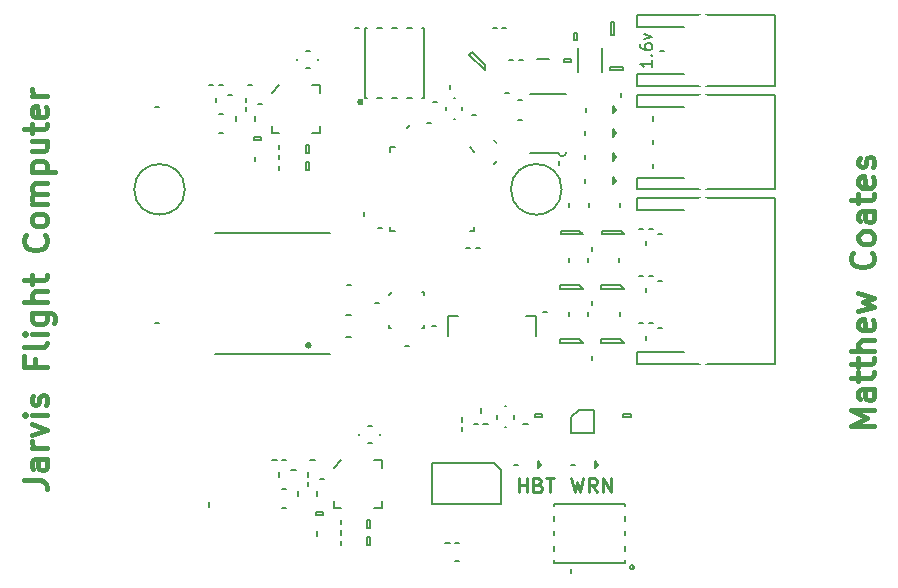
<source format=gto>
G04 #@! TF.FileFunction,Legend,Top*
%FSLAX46Y46*%
G04 Gerber Fmt 4.6, Leading zero omitted, Abs format (unit mm)*
G04 Created by KiCad (PCBNEW 4.0.2-4+6225~38~ubuntu14.04.1-stable) date Sun 08 May 2016 17:47:19 BST*
%MOMM*%
G01*
G04 APERTURE LIST*
%ADD10C,0.100000*%
%ADD11C,0.400000*%
%ADD12C,0.180000*%
%ADD13C,0.200000*%
%ADD14C,0.150000*%
%ADD15C,0.250000*%
%ADD16C,1.000000*%
%ADD17R,4.000000X3.400000*%
%ADD18R,0.450000X0.900000*%
%ADD19R,5.080000X2.286000*%
%ADD20R,5.080000X2.413000*%
%ADD21R,0.400000X0.200000*%
%ADD22R,0.200000X0.400000*%
%ADD23C,1.524000*%
%ADD24R,0.520000X0.520000*%
%ADD25C,1.200000*%
%ADD26C,1.600000*%
%ADD27R,1.150000X1.450000*%
%ADD28R,1.450000X1.150000*%
%ADD29R,0.950000X1.000000*%
%ADD30R,1.600000X1.000000*%
%ADD31R,0.400000X0.500000*%
%ADD32R,1.800000X0.700000*%
%ADD33R,1.800000X0.800000*%
%ADD34R,1.100000X0.600000*%
%ADD35R,0.600000X1.000000*%
%ADD36R,0.750000X0.900000*%
%ADD37R,0.900000X0.750000*%
%ADD38C,2.200000*%
%ADD39R,0.400000X1.350000*%
%ADD40O,1.000000X1.250000*%
%ADD41R,1.800000X1.900000*%
%ADD42R,1.575000X1.900000*%
%ADD43O,1.000000X1.900000*%
%ADD44R,0.300000X0.550000*%
%ADD45R,0.550000X0.300000*%
%ADD46R,2.002000X2.002000*%
%ADD47R,0.750000X0.300000*%
%ADD48R,0.300000X0.750000*%
%ADD49R,2.602000X2.602000*%
%ADD50C,0.787000*%
%ADD51C,1.000000*%
%ADD52R,0.850000X0.950000*%
%ADD53R,0.950000X0.850000*%
%ADD54R,1.300000X0.750000*%
%ADD55R,1.450000X0.450000*%
%ADD56O,3.800000X1.600000*%
%ADD57C,1.250000*%
%ADD58R,4.200000X1.270000*%
%ADD59R,4.700000X1.350000*%
%ADD60R,3.400000X4.000000*%
%ADD61R,0.900000X0.450000*%
G04 APERTURE END LIST*
D10*
D11*
X168504762Y-85533334D02*
X166504762Y-85533334D01*
X167933333Y-84866667D01*
X166504762Y-84200000D01*
X168504762Y-84200000D01*
X168504762Y-82390477D02*
X167457143Y-82390477D01*
X167266667Y-82485715D01*
X167171429Y-82676191D01*
X167171429Y-83057143D01*
X167266667Y-83247620D01*
X168409524Y-82390477D02*
X168504762Y-82580953D01*
X168504762Y-83057143D01*
X168409524Y-83247620D01*
X168219048Y-83342858D01*
X168028571Y-83342858D01*
X167838095Y-83247620D01*
X167742857Y-83057143D01*
X167742857Y-82580953D01*
X167647619Y-82390477D01*
X167171429Y-81723810D02*
X167171429Y-80961905D01*
X166504762Y-81438096D02*
X168219048Y-81438096D01*
X168409524Y-81342857D01*
X168504762Y-81152381D01*
X168504762Y-80961905D01*
X167171429Y-80580953D02*
X167171429Y-79819048D01*
X166504762Y-80295239D02*
X168219048Y-80295239D01*
X168409524Y-80200000D01*
X168504762Y-80009524D01*
X168504762Y-79819048D01*
X168504762Y-79152382D02*
X166504762Y-79152382D01*
X168504762Y-78295239D02*
X167457143Y-78295239D01*
X167266667Y-78390477D01*
X167171429Y-78580953D01*
X167171429Y-78866667D01*
X167266667Y-79057143D01*
X167361905Y-79152382D01*
X168409524Y-76580953D02*
X168504762Y-76771429D01*
X168504762Y-77152381D01*
X168409524Y-77342858D01*
X168219048Y-77438096D01*
X167457143Y-77438096D01*
X167266667Y-77342858D01*
X167171429Y-77152381D01*
X167171429Y-76771429D01*
X167266667Y-76580953D01*
X167457143Y-76485715D01*
X167647619Y-76485715D01*
X167838095Y-77438096D01*
X167171429Y-75819048D02*
X168504762Y-75438095D01*
X167552381Y-75057143D01*
X168504762Y-74676191D01*
X167171429Y-74295238D01*
X168314286Y-70866666D02*
X168409524Y-70961904D01*
X168504762Y-71247619D01*
X168504762Y-71438095D01*
X168409524Y-71723809D01*
X168219048Y-71914285D01*
X168028571Y-72009524D01*
X167647619Y-72104762D01*
X167361905Y-72104762D01*
X166980952Y-72009524D01*
X166790476Y-71914285D01*
X166600000Y-71723809D01*
X166504762Y-71438095D01*
X166504762Y-71247619D01*
X166600000Y-70961904D01*
X166695238Y-70866666D01*
X168504762Y-69723809D02*
X168409524Y-69914285D01*
X168314286Y-70009524D01*
X168123810Y-70104762D01*
X167552381Y-70104762D01*
X167361905Y-70009524D01*
X167266667Y-69914285D01*
X167171429Y-69723809D01*
X167171429Y-69438095D01*
X167266667Y-69247619D01*
X167361905Y-69152381D01*
X167552381Y-69057143D01*
X168123810Y-69057143D01*
X168314286Y-69152381D01*
X168409524Y-69247619D01*
X168504762Y-69438095D01*
X168504762Y-69723809D01*
X168504762Y-67342857D02*
X167457143Y-67342857D01*
X167266667Y-67438095D01*
X167171429Y-67628571D01*
X167171429Y-68009523D01*
X167266667Y-68200000D01*
X168409524Y-67342857D02*
X168504762Y-67533333D01*
X168504762Y-68009523D01*
X168409524Y-68200000D01*
X168219048Y-68295238D01*
X168028571Y-68295238D01*
X167838095Y-68200000D01*
X167742857Y-68009523D01*
X167742857Y-67533333D01*
X167647619Y-67342857D01*
X167171429Y-66676190D02*
X167171429Y-65914285D01*
X166504762Y-66390476D02*
X168219048Y-66390476D01*
X168409524Y-66295237D01*
X168504762Y-66104761D01*
X168504762Y-65914285D01*
X168409524Y-64485714D02*
X168504762Y-64676190D01*
X168504762Y-65057142D01*
X168409524Y-65247619D01*
X168219048Y-65342857D01*
X167457143Y-65342857D01*
X167266667Y-65247619D01*
X167171429Y-65057142D01*
X167171429Y-64676190D01*
X167266667Y-64485714D01*
X167457143Y-64390476D01*
X167647619Y-64390476D01*
X167838095Y-65342857D01*
X168409524Y-63628571D02*
X168504762Y-63438094D01*
X168504762Y-63057142D01*
X168409524Y-62866666D01*
X168219048Y-62771428D01*
X168123810Y-62771428D01*
X167933333Y-62866666D01*
X167838095Y-63057142D01*
X167838095Y-63342856D01*
X167742857Y-63533333D01*
X167552381Y-63628571D01*
X167457143Y-63628571D01*
X167266667Y-63533333D01*
X167171429Y-63342856D01*
X167171429Y-63057142D01*
X167266667Y-62866666D01*
X96504762Y-90142859D02*
X97933333Y-90142859D01*
X98219048Y-90238097D01*
X98409524Y-90428573D01*
X98504762Y-90714288D01*
X98504762Y-90904764D01*
X98504762Y-88333335D02*
X97457143Y-88333335D01*
X97266667Y-88428573D01*
X97171429Y-88619049D01*
X97171429Y-89000001D01*
X97266667Y-89190478D01*
X98409524Y-88333335D02*
X98504762Y-88523811D01*
X98504762Y-89000001D01*
X98409524Y-89190478D01*
X98219048Y-89285716D01*
X98028571Y-89285716D01*
X97838095Y-89190478D01*
X97742857Y-89000001D01*
X97742857Y-88523811D01*
X97647619Y-88333335D01*
X98504762Y-87380954D02*
X97171429Y-87380954D01*
X97552381Y-87380954D02*
X97361905Y-87285715D01*
X97266667Y-87190477D01*
X97171429Y-87000001D01*
X97171429Y-86809525D01*
X97171429Y-86333335D02*
X98504762Y-85857144D01*
X97171429Y-85380954D01*
X98504762Y-84619049D02*
X97171429Y-84619049D01*
X96504762Y-84619049D02*
X96600000Y-84714287D01*
X96695238Y-84619049D01*
X96600000Y-84523810D01*
X96504762Y-84619049D01*
X96695238Y-84619049D01*
X98409524Y-83761906D02*
X98504762Y-83571429D01*
X98504762Y-83190477D01*
X98409524Y-83000001D01*
X98219048Y-82904763D01*
X98123810Y-82904763D01*
X97933333Y-83000001D01*
X97838095Y-83190477D01*
X97838095Y-83476191D01*
X97742857Y-83666668D01*
X97552381Y-83761906D01*
X97457143Y-83761906D01*
X97266667Y-83666668D01*
X97171429Y-83476191D01*
X97171429Y-83190477D01*
X97266667Y-83000001D01*
X97457143Y-79857143D02*
X97457143Y-80523810D01*
X98504762Y-80523810D02*
X96504762Y-80523810D01*
X96504762Y-79571429D01*
X98504762Y-78523809D02*
X98409524Y-78714285D01*
X98219048Y-78809524D01*
X96504762Y-78809524D01*
X98504762Y-77761905D02*
X97171429Y-77761905D01*
X96504762Y-77761905D02*
X96600000Y-77857143D01*
X96695238Y-77761905D01*
X96600000Y-77666666D01*
X96504762Y-77761905D01*
X96695238Y-77761905D01*
X97171429Y-75952381D02*
X98790476Y-75952381D01*
X98980952Y-76047619D01*
X99076190Y-76142857D01*
X99171429Y-76333333D01*
X99171429Y-76619047D01*
X99076190Y-76809524D01*
X98409524Y-75952381D02*
X98504762Y-76142857D01*
X98504762Y-76523809D01*
X98409524Y-76714285D01*
X98314286Y-76809524D01*
X98123810Y-76904762D01*
X97552381Y-76904762D01*
X97361905Y-76809524D01*
X97266667Y-76714285D01*
X97171429Y-76523809D01*
X97171429Y-76142857D01*
X97266667Y-75952381D01*
X98504762Y-75000000D02*
X96504762Y-75000000D01*
X98504762Y-74142857D02*
X97457143Y-74142857D01*
X97266667Y-74238095D01*
X97171429Y-74428571D01*
X97171429Y-74714285D01*
X97266667Y-74904761D01*
X97361905Y-75000000D01*
X97171429Y-73476190D02*
X97171429Y-72714285D01*
X96504762Y-73190476D02*
X98219048Y-73190476D01*
X98409524Y-73095237D01*
X98504762Y-72904761D01*
X98504762Y-72714285D01*
X98314286Y-69380951D02*
X98409524Y-69476189D01*
X98504762Y-69761904D01*
X98504762Y-69952380D01*
X98409524Y-70238094D01*
X98219048Y-70428570D01*
X98028571Y-70523809D01*
X97647619Y-70619047D01*
X97361905Y-70619047D01*
X96980952Y-70523809D01*
X96790476Y-70428570D01*
X96600000Y-70238094D01*
X96504762Y-69952380D01*
X96504762Y-69761904D01*
X96600000Y-69476189D01*
X96695238Y-69380951D01*
X98504762Y-68238094D02*
X98409524Y-68428570D01*
X98314286Y-68523809D01*
X98123810Y-68619047D01*
X97552381Y-68619047D01*
X97361905Y-68523809D01*
X97266667Y-68428570D01*
X97171429Y-68238094D01*
X97171429Y-67952380D01*
X97266667Y-67761904D01*
X97361905Y-67666666D01*
X97552381Y-67571428D01*
X98123810Y-67571428D01*
X98314286Y-67666666D01*
X98409524Y-67761904D01*
X98504762Y-67952380D01*
X98504762Y-68238094D01*
X98504762Y-66714285D02*
X97171429Y-66714285D01*
X97361905Y-66714285D02*
X97266667Y-66619046D01*
X97171429Y-66428570D01*
X97171429Y-66142856D01*
X97266667Y-65952380D01*
X97457143Y-65857142D01*
X98504762Y-65857142D01*
X97457143Y-65857142D02*
X97266667Y-65761904D01*
X97171429Y-65571427D01*
X97171429Y-65285713D01*
X97266667Y-65095237D01*
X97457143Y-64999999D01*
X98504762Y-64999999D01*
X97171429Y-64047618D02*
X99171429Y-64047618D01*
X97266667Y-64047618D02*
X97171429Y-63857141D01*
X97171429Y-63476189D01*
X97266667Y-63285713D01*
X97361905Y-63190475D01*
X97552381Y-63095237D01*
X98123810Y-63095237D01*
X98314286Y-63190475D01*
X98409524Y-63285713D01*
X98504762Y-63476189D01*
X98504762Y-63857141D01*
X98409524Y-64047618D01*
X97171429Y-61380951D02*
X98504762Y-61380951D01*
X97171429Y-62238094D02*
X98219048Y-62238094D01*
X98409524Y-62142855D01*
X98504762Y-61952379D01*
X98504762Y-61666665D01*
X98409524Y-61476189D01*
X98314286Y-61380951D01*
X97171429Y-60714284D02*
X97171429Y-59952379D01*
X96504762Y-60428570D02*
X98219048Y-60428570D01*
X98409524Y-60333331D01*
X98504762Y-60142855D01*
X98504762Y-59952379D01*
X98409524Y-58523808D02*
X98504762Y-58714284D01*
X98504762Y-59095236D01*
X98409524Y-59285713D01*
X98219048Y-59380951D01*
X97457143Y-59380951D01*
X97266667Y-59285713D01*
X97171429Y-59095236D01*
X97171429Y-58714284D01*
X97266667Y-58523808D01*
X97457143Y-58428570D01*
X97647619Y-58428570D01*
X97838095Y-59380951D01*
X98504762Y-57571427D02*
X97171429Y-57571427D01*
X97552381Y-57571427D02*
X97361905Y-57476188D01*
X97266667Y-57380950D01*
X97171429Y-57190474D01*
X97171429Y-56999998D01*
D12*
X140000000Y-54500000D02*
X141000000Y-54500000D01*
X125100000Y-58100000D02*
G75*
G03X125100000Y-58100000I-100000J0D01*
G01*
X125200000Y-58100000D02*
G75*
G03X125200000Y-58100000I-200000J0D01*
G01*
D13*
X149702381Y-54559523D02*
X149702381Y-55130952D01*
X149702381Y-54845238D02*
X148702381Y-54845238D01*
X148845238Y-54940476D01*
X148940476Y-55035714D01*
X148988095Y-55130952D01*
X149607143Y-54130952D02*
X149654762Y-54083333D01*
X149702381Y-54130952D01*
X149654762Y-54178571D01*
X149607143Y-54130952D01*
X149702381Y-54130952D01*
X148702381Y-53226190D02*
X148702381Y-53416667D01*
X148750000Y-53511905D01*
X148797619Y-53559524D01*
X148940476Y-53654762D01*
X149130952Y-53702381D01*
X149511905Y-53702381D01*
X149607143Y-53654762D01*
X149654762Y-53607143D01*
X149702381Y-53511905D01*
X149702381Y-53321428D01*
X149654762Y-53226190D01*
X149607143Y-53178571D01*
X149511905Y-53130952D01*
X149273810Y-53130952D01*
X149178571Y-53178571D01*
X149130952Y-53226190D01*
X149083333Y-53321428D01*
X149083333Y-53511905D01*
X149130952Y-53607143D01*
X149178571Y-53654762D01*
X149273810Y-53702381D01*
X149035714Y-52797619D02*
X149702381Y-52559524D01*
X149035714Y-52321428D01*
D12*
X107580000Y-58500000D02*
X107919999Y-58500000D01*
X107580001Y-76850000D02*
X107920000Y-76850000D01*
X123830000Y-78000000D02*
X124170000Y-78000000D01*
X123830000Y-76100000D02*
X124170000Y-76100000D01*
X129220000Y-60080000D02*
X128979584Y-60320417D01*
X130970000Y-59850000D02*
X130630000Y-59850000D01*
X131470000Y-58099999D02*
X131130000Y-58100000D01*
X134770000Y-59200000D02*
X134430000Y-59200000D01*
X123850000Y-73570000D02*
X124190000Y-73570000D01*
X127400000Y-74450000D02*
X127650000Y-74200000D01*
X130400000Y-77200000D02*
X130190000Y-77199999D01*
X130400000Y-77200000D02*
X130400000Y-76990000D01*
X130400000Y-74200000D02*
X130190000Y-74200000D01*
X130400000Y-74200000D02*
X130400000Y-74410000D01*
X127400000Y-77199999D02*
X127400000Y-76990000D01*
X127400000Y-77199999D02*
X127610000Y-77200000D01*
X124560000Y-51850000D02*
X124900001Y-51850000D01*
X132600000Y-56630000D02*
X132600000Y-56970000D01*
X136560000Y-63110000D02*
X136319584Y-63350416D01*
X136540000Y-61600001D02*
X136299584Y-61359584D01*
X142047091Y-65500000D02*
G75*
G03X142047091Y-65500000I-2147091J0D01*
G01*
X110137755Y-65500000D02*
G75*
G03X110137755Y-65500000I-2137756J0D01*
G01*
X137620000Y-57350000D02*
X137280000Y-57350000D01*
X136570000Y-51800000D02*
X136230000Y-51800000D01*
X137370000Y-51800001D02*
X137030000Y-51800000D01*
X137920000Y-54550000D02*
X137580000Y-54550000D01*
X138770000Y-54550000D02*
X138430000Y-54550000D01*
X138670000Y-57950000D02*
X138330000Y-57950000D01*
X138670000Y-59650000D02*
X138330000Y-59649999D01*
X150720000Y-53749999D02*
X150380000Y-53750000D01*
X147100000Y-57720000D02*
X147100001Y-57380000D01*
X149750000Y-59670000D02*
X149750000Y-59330000D01*
X149750000Y-61670001D02*
X149750000Y-61330000D01*
X149750000Y-63670000D02*
X149750000Y-63330000D01*
X144100000Y-58920000D02*
X144100000Y-58580000D01*
X144000001Y-60920000D02*
X144000000Y-60580000D01*
X144000000Y-62920000D02*
X144000000Y-62580000D01*
X141850000Y-63470000D02*
X141850000Y-63130000D01*
X144000000Y-64920001D02*
X144000000Y-64580000D01*
X142710000Y-67020000D02*
X142710000Y-66680000D01*
X144400000Y-67020000D02*
X144400000Y-66680000D01*
X146950000Y-67020000D02*
X146950001Y-66680000D01*
X144650000Y-70719999D02*
X144650000Y-70380000D01*
X142650000Y-71620000D02*
X142650000Y-71280000D01*
X144250000Y-71620000D02*
X144250000Y-71280000D01*
X146900000Y-71620000D02*
X146900000Y-71280000D01*
X144600000Y-75320000D02*
X144600000Y-74980000D01*
X146950000Y-76220000D02*
X146950000Y-75880000D01*
X149770000Y-68850000D02*
X149430000Y-68850000D01*
X148970000Y-68850000D02*
X148630000Y-68850000D01*
X149200000Y-70220000D02*
X149200000Y-69880000D01*
X150570001Y-69250000D02*
X150230000Y-69250000D01*
X149770000Y-72850000D02*
X149429999Y-72850000D01*
X148970000Y-72850000D02*
X148630000Y-72850000D01*
X149200000Y-74220000D02*
X149200000Y-73880000D01*
X150570001Y-73250000D02*
X150230000Y-73250000D01*
X150570000Y-77250000D02*
X150230000Y-77250000D01*
X149770000Y-76850000D02*
X149429999Y-76850000D01*
X148970000Y-76850000D02*
X148630000Y-76850000D01*
X149200000Y-78220000D02*
X149200000Y-77880000D01*
X144600000Y-79920000D02*
X144600000Y-79580000D01*
X144250000Y-76220000D02*
X144250000Y-75880000D01*
X142650000Y-76220000D02*
X142650000Y-75880000D01*
X140430000Y-75900000D02*
X140770000Y-75900000D01*
X134780000Y-70450001D02*
X135120000Y-70450000D01*
X133930000Y-70450000D02*
X134270000Y-70450000D01*
X131030000Y-77100000D02*
X131370000Y-77100000D01*
X128780000Y-78800000D02*
X129120000Y-78800000D01*
X126230000Y-75100000D02*
X126570000Y-75100001D01*
X126530001Y-68800000D02*
X126870000Y-68800000D01*
X125300000Y-67430000D02*
X125300000Y-67770000D01*
X118099999Y-61730000D02*
X118100000Y-62070000D01*
X118100000Y-62630001D02*
X118100000Y-62970000D01*
X116100000Y-62730000D02*
X116100000Y-63070000D01*
X112570000Y-56700000D02*
X112230000Y-56699999D01*
X113369999Y-56700000D02*
X113030000Y-56700000D01*
X112800000Y-58070000D02*
X112800000Y-57729999D01*
X113830000Y-57500000D02*
X114170000Y-57500000D01*
X113030000Y-59100000D02*
X113370000Y-59100001D01*
X113030000Y-60700000D02*
X113369999Y-60700000D01*
X114500000Y-59330000D02*
X114500000Y-59670000D01*
X116100000Y-59330000D02*
X116100000Y-59670000D01*
X116670000Y-58300000D02*
X116330000Y-58300000D01*
X115870000Y-56700000D02*
X115530000Y-56700000D01*
X115300000Y-58070000D02*
X115300000Y-57729999D01*
X115300000Y-58870000D02*
X115300000Y-58530000D01*
D14*
X142800000Y-97610000D02*
X142800000Y-97990001D01*
X148100000Y-97500000D02*
G75*
G03X148100000Y-97500000I-50000J0D01*
G01*
X148050000Y-97500000D02*
G75*
G03X148050000Y-97500000I-50000J0D01*
G01*
X148180278Y-97500000D02*
G75*
G03X148180278Y-97500000I-180278J0D01*
G01*
X120550000Y-89840001D02*
X120550000Y-89460000D01*
X139190000Y-85400000D02*
X138809998Y-85400000D01*
X143200000Y-88800000D02*
X142819998Y-88800000D01*
X135200000Y-84400001D02*
X135200000Y-84020000D01*
X135409999Y-85400000D02*
X135790000Y-85400000D01*
X134609999Y-85400000D02*
X134990000Y-85400000D01*
X133600000Y-84810000D02*
X133600000Y-85190001D01*
X133600000Y-85620000D02*
X133600000Y-86000001D01*
X138390001Y-88800000D02*
X138010000Y-88800000D01*
X133390001Y-97000000D02*
X133010000Y-97000000D01*
X133390001Y-95400000D02*
X133010000Y-95400000D01*
X132590001Y-95400000D02*
X132210000Y-95400000D01*
X112200000Y-92390001D02*
X112200000Y-92010000D01*
X123350000Y-93840001D02*
X123350000Y-93460000D01*
X123350000Y-95640001D02*
X123350000Y-95260000D01*
X123350000Y-94740001D02*
X123350000Y-94360000D01*
X121350000Y-94840001D02*
X121350000Y-94460000D01*
X118359999Y-92450000D02*
X118740000Y-92450000D01*
X117559999Y-88450000D02*
X117940000Y-88450000D01*
X118359999Y-88450000D02*
X118740000Y-88450000D01*
X119159999Y-89250000D02*
X119540000Y-89250000D01*
X118150000Y-89459999D02*
X118150000Y-89840000D01*
X118740001Y-90850000D02*
X118360000Y-90850000D01*
X119750000Y-91440000D02*
X119750000Y-91059999D01*
X121350000Y-91440000D02*
X121350000Y-91059999D01*
X120550000Y-90640000D02*
X120550000Y-90259999D01*
X121560000Y-90050000D02*
X121940000Y-90050000D01*
X120760000Y-88450000D02*
X121140000Y-88450000D01*
D15*
X142857143Y-89942857D02*
X143142857Y-91142857D01*
X143371428Y-90285714D01*
X143600000Y-91142857D01*
X143885714Y-89942857D01*
X145028572Y-91142857D02*
X144628572Y-90571429D01*
X144342857Y-91142857D02*
X144342857Y-89942857D01*
X144800000Y-89942857D01*
X144914286Y-90000000D01*
X144971429Y-90057143D01*
X145028572Y-90171429D01*
X145028572Y-90342857D01*
X144971429Y-90457143D01*
X144914286Y-90514286D01*
X144800000Y-90571429D01*
X144342857Y-90571429D01*
X145542857Y-91142857D02*
X145542857Y-89942857D01*
X146228572Y-91142857D01*
X146228572Y-89942857D01*
X138400000Y-91142857D02*
X138400000Y-89942857D01*
X138400000Y-90514286D02*
X139085715Y-90514286D01*
X139085715Y-91142857D02*
X139085715Y-89942857D01*
X140057143Y-90514286D02*
X140228572Y-90571429D01*
X140285715Y-90628571D01*
X140342858Y-90742857D01*
X140342858Y-90914286D01*
X140285715Y-91028571D01*
X140228572Y-91085714D01*
X140114286Y-91142857D01*
X139657143Y-91142857D01*
X139657143Y-89942857D01*
X140057143Y-89942857D01*
X140171429Y-90000000D01*
X140228572Y-90057143D01*
X140285715Y-90171429D01*
X140285715Y-90285714D01*
X140228572Y-90400000D01*
X140171429Y-90457143D01*
X140057143Y-90514286D01*
X139657143Y-90514286D01*
X140685715Y-89942857D02*
X141371429Y-89942857D01*
X141028572Y-91142857D02*
X141028572Y-89942857D01*
D14*
X130400000Y-57800000D02*
X130200000Y-57800000D01*
X128950000Y-57800000D02*
X129350000Y-57800000D01*
X127700000Y-57800000D02*
X128100000Y-57800000D01*
X126400000Y-57800000D02*
X126800000Y-57800000D01*
X125400000Y-57800000D02*
X125600000Y-57800000D01*
X125400000Y-57800000D02*
X125400000Y-51800000D01*
X130400000Y-51800000D02*
X130400000Y-57800000D01*
X128950000Y-51800000D02*
X129350000Y-51800000D01*
X126400000Y-51800000D02*
X126800000Y-51800000D01*
X127700000Y-51800000D02*
X128100000Y-51800000D01*
X130400000Y-51800000D02*
X130200000Y-51800000D01*
X125400000Y-51800000D02*
X125600000Y-51800000D01*
D12*
X118100000Y-63860000D02*
X118100000Y-63540000D01*
D14*
X160100000Y-57500000D02*
X160100000Y-65500000D01*
X160100000Y-65500000D02*
X148400000Y-65500000D01*
X148400000Y-65500000D02*
X148400000Y-64500000D01*
X148400000Y-64500000D02*
X152400000Y-64500000D01*
X160100000Y-57500000D02*
X148400000Y-57500000D01*
X148400000Y-57500000D02*
X148400000Y-58500000D01*
X148400000Y-58500000D02*
X152400000Y-58500000D01*
X160100000Y-50749999D02*
X160100000Y-56749999D01*
X160100000Y-56749999D02*
X148400000Y-56749999D01*
X148400000Y-56749999D02*
X148400000Y-55749999D01*
X148400000Y-55749999D02*
X152400000Y-55749999D01*
X160100000Y-50749999D02*
X148400000Y-50749999D01*
X148400000Y-50749999D02*
X148400000Y-51749999D01*
X148400000Y-51749999D02*
X152400000Y-51749999D01*
X146225000Y-51350000D02*
X146475000Y-51350000D01*
X146475000Y-51350000D02*
X146475000Y-52450000D01*
X146475000Y-52450000D02*
X146225000Y-52450000D01*
X146225000Y-52450000D02*
X146225000Y-51350000D01*
X146100000Y-55424999D02*
X146100000Y-55174999D01*
X146100000Y-55174999D02*
X147200000Y-55174999D01*
X147200000Y-55174999D02*
X147200000Y-55424999D01*
X147200000Y-55424999D02*
X146100000Y-55424999D01*
X146625000Y-58750000D02*
X146375000Y-59075000D01*
X146625000Y-58750000D02*
X146375000Y-58425000D01*
X146375000Y-59075000D02*
X146375000Y-58425000D01*
X146625000Y-60750000D02*
X146375000Y-61075000D01*
X146625000Y-60750000D02*
X146375000Y-60425000D01*
X146375000Y-61075000D02*
X146375000Y-60425000D01*
X146625000Y-62750000D02*
X146375000Y-63075000D01*
X146625000Y-62750000D02*
X146375000Y-62425000D01*
X146375000Y-63075000D02*
X146375000Y-62425000D01*
X146625000Y-64749999D02*
X146375000Y-65074999D01*
X146625000Y-64749999D02*
X146375000Y-64424999D01*
X146375000Y-65074999D02*
X146375000Y-64424999D01*
X143450000Y-55550000D02*
X143450000Y-53550000D01*
X145450000Y-53550000D02*
X145450000Y-55550000D01*
X120800000Y-78700000D02*
G75*
G03X120800000Y-78700000I-200000J0D01*
G01*
X120700000Y-78700000D02*
G75*
G03X120700000Y-78700000I-100000J0D01*
G01*
X112700000Y-69200000D02*
X122400000Y-69200000D01*
X112700000Y-79400000D02*
X122400000Y-79400000D01*
X141800000Y-62400001D02*
X139400000Y-62400001D01*
X142400000Y-57400001D02*
X139400000Y-57400001D01*
X141800000Y-62400001D02*
G75*
G03X142400000Y-62400001I300000J0D01*
G01*
X160100001Y-66250000D02*
X160100001Y-80250000D01*
X160100001Y-80250000D02*
X148400001Y-80250000D01*
X148400001Y-80250000D02*
X148400001Y-79250000D01*
X148400001Y-79250000D02*
X152400001Y-79250000D01*
X160100001Y-66250000D02*
X148400001Y-66250000D01*
X148400001Y-66250000D02*
X148400001Y-67250000D01*
X148400001Y-67250000D02*
X152400001Y-67250000D01*
X147320000Y-78500000D02*
X147320000Y-78500000D01*
X147320000Y-78500000D02*
X145420000Y-78500000D01*
X145420000Y-78500000D02*
X145420000Y-78200000D01*
X145420000Y-78200000D02*
X147020000Y-78200000D01*
X147020000Y-78200000D02*
X147320000Y-78500000D01*
X147300000Y-73899999D02*
X147300000Y-73899999D01*
X147300000Y-73899999D02*
X145400000Y-73899999D01*
X145400000Y-73899999D02*
X145400000Y-73599999D01*
X145400000Y-73599999D02*
X147000000Y-73599999D01*
X147000000Y-73599999D02*
X147300000Y-73899999D01*
X147350000Y-69300000D02*
X147350000Y-69300000D01*
X147350000Y-69300000D02*
X145450000Y-69300000D01*
X145450000Y-69300000D02*
X145450000Y-69000000D01*
X145450000Y-69000000D02*
X147050000Y-69000000D01*
X147050000Y-69000000D02*
X147350000Y-69300000D01*
X143820000Y-78500000D02*
X143820000Y-78500000D01*
X143820000Y-78500000D02*
X141920000Y-78500000D01*
X141920000Y-78500000D02*
X141920000Y-78200000D01*
X141920000Y-78200000D02*
X143520000Y-78200000D01*
X143520000Y-78200000D02*
X143820000Y-78500000D01*
X143820000Y-73900000D02*
X143820000Y-73900000D01*
X143820000Y-73900000D02*
X141920000Y-73900000D01*
X141920000Y-73900000D02*
X141920000Y-73600000D01*
X141920000Y-73600000D02*
X143520000Y-73600000D01*
X143520000Y-73600000D02*
X143820000Y-73900000D01*
X143850000Y-69300000D02*
X143850000Y-69300000D01*
X143850000Y-69300000D02*
X141950000Y-69300000D01*
X141950000Y-69300000D02*
X141950000Y-69000000D01*
X141950000Y-69000000D02*
X143550000Y-69000000D01*
X143550000Y-69000000D02*
X143850000Y-69300000D01*
X135565685Y-55427817D02*
X135565685Y-55427817D01*
X135565685Y-55427817D02*
X134222183Y-54084315D01*
X134222183Y-54084315D02*
X134434315Y-53872183D01*
X134434315Y-53872183D02*
X135565685Y-55003553D01*
X135565685Y-55003553D02*
X135565685Y-55427817D01*
X143375000Y-52875000D02*
X143125000Y-52875000D01*
X143125000Y-52875000D02*
X143125000Y-52225000D01*
X143125000Y-52225000D02*
X143375000Y-52225000D01*
X143375000Y-52225000D02*
X143375000Y-52875000D01*
X142875000Y-54425000D02*
X142875000Y-54675000D01*
X142875000Y-54675000D02*
X142225000Y-54675000D01*
X142225000Y-54675000D02*
X142225000Y-54425000D01*
X142225000Y-54425000D02*
X142875000Y-54425000D01*
X132450000Y-76200000D02*
X132450000Y-77900000D01*
X133250000Y-76200000D02*
X132450000Y-76200000D01*
X139850000Y-76200000D02*
X139000000Y-76200000D01*
X139850000Y-77900000D02*
X139850000Y-76200000D01*
X120375000Y-63175000D02*
X120625000Y-63175000D01*
X120625000Y-63175000D02*
X120625000Y-63825000D01*
X120625000Y-63825000D02*
X120375000Y-63825000D01*
X120375000Y-63825000D02*
X120375000Y-63175000D01*
X120375000Y-61775000D02*
X120625000Y-61775000D01*
X120625000Y-61775000D02*
X120625000Y-62425000D01*
X120625000Y-62425000D02*
X120375000Y-62425000D01*
X120375000Y-62425000D02*
X120375000Y-61775000D01*
X134250000Y-61950000D02*
X134650000Y-62350000D01*
X134650000Y-68650000D02*
X134650000Y-69050000D01*
X134650000Y-69050000D02*
X134250000Y-69050000D01*
X127550000Y-68650000D02*
X127550000Y-69050000D01*
X127550000Y-69050000D02*
X127950000Y-69050000D01*
X127550000Y-62350000D02*
X127550000Y-61950000D01*
X127550000Y-61950000D02*
X127950000Y-61950000D01*
X117500000Y-57299999D02*
X118150000Y-56649999D01*
X120950000Y-56649999D02*
X121600000Y-56649999D01*
X121600000Y-56649999D02*
X121600000Y-57299999D01*
X120950000Y-60749999D02*
X121600000Y-60749999D01*
X121600000Y-60749999D02*
X121600000Y-60099999D01*
X118150000Y-60749999D02*
X117500000Y-60749999D01*
X117500000Y-60749999D02*
X117500000Y-60099999D01*
X116625001Y-61074999D02*
X116625001Y-61324999D01*
X116625001Y-61324999D02*
X115975001Y-61324999D01*
X115975001Y-61324999D02*
X115975001Y-61074999D01*
X115975001Y-61074999D02*
X116625001Y-61074999D01*
X133000000Y-57750000D02*
X132900000Y-57750000D01*
X133650000Y-58800000D02*
X133650000Y-58500000D01*
X133000000Y-59550000D02*
X132900000Y-59550000D01*
X132250000Y-58800000D02*
X132250000Y-58500000D01*
X119650000Y-54450001D02*
X119650000Y-54550001D01*
X120700000Y-53800001D02*
X120400000Y-53800001D01*
X121450000Y-54450001D02*
X121450000Y-54550001D01*
X120700000Y-55200001D02*
X120400000Y-55200001D01*
X136925000Y-89300000D02*
X136925000Y-92100000D01*
X136925000Y-92100000D02*
X131075000Y-92100000D01*
X131075000Y-92100000D02*
X131075000Y-88700000D01*
X131075000Y-88700000D02*
X136325000Y-88700000D01*
X136325000Y-88700000D02*
X136925000Y-89300000D01*
X143475000Y-84175000D02*
X144825000Y-84175000D01*
X144825000Y-84175000D02*
X144825000Y-86125000D01*
X144825000Y-86125000D02*
X142875000Y-86125000D01*
X142875000Y-86125000D02*
X142875000Y-84775000D01*
X142875000Y-84775000D02*
X143475000Y-84175000D01*
X122750000Y-89050000D02*
X123400000Y-88400000D01*
X126200000Y-88400000D02*
X126850000Y-88400000D01*
X126850000Y-88400000D02*
X126850000Y-89050000D01*
X126200000Y-92500000D02*
X126850000Y-92500000D01*
X126850000Y-92500000D02*
X126850000Y-91850000D01*
X123400000Y-92500000D02*
X122750000Y-92500000D01*
X122750000Y-92500000D02*
X122750000Y-91850000D01*
X147275000Y-84775000D02*
X147275000Y-84525000D01*
X147275000Y-84525000D02*
X147925000Y-84525000D01*
X147925000Y-84525000D02*
X147925000Y-84775000D01*
X147925000Y-84775000D02*
X147275000Y-84775000D01*
X140425000Y-84525000D02*
X140425000Y-84775000D01*
X140425000Y-84775000D02*
X139775000Y-84775000D01*
X139775000Y-84775000D02*
X139775000Y-84525000D01*
X139775000Y-84525000D02*
X140425000Y-84525000D01*
X125575000Y-94925000D02*
X125825000Y-94925000D01*
X125825000Y-94925000D02*
X125825000Y-95575000D01*
X125825000Y-95575000D02*
X125575000Y-95575000D01*
X125575000Y-95575000D02*
X125575000Y-94925000D01*
X125575000Y-93525000D02*
X125825000Y-93525000D01*
X125825000Y-93525000D02*
X125825000Y-94175000D01*
X125825000Y-94175000D02*
X125575000Y-94175000D01*
X125575000Y-94175000D02*
X125575000Y-93525000D01*
X121875000Y-92825000D02*
X121875000Y-93075000D01*
X121875000Y-93075000D02*
X121225000Y-93075000D01*
X121225000Y-93075000D02*
X121225000Y-92825000D01*
X121225000Y-92825000D02*
X121875000Y-92825000D01*
X124900000Y-86200000D02*
X124900000Y-86300000D01*
X125950000Y-85550000D02*
X125650000Y-85550000D01*
X126700000Y-86200000D02*
X126700000Y-86300000D01*
X125950000Y-86950000D02*
X125650000Y-86950000D01*
X137350000Y-83850000D02*
X137250000Y-83850000D01*
X138000000Y-84900000D02*
X138000000Y-84600000D01*
X137350000Y-85650000D02*
X137250000Y-85650000D01*
X136600000Y-84900000D02*
X136600000Y-84600000D01*
X140325000Y-88800000D02*
X140075000Y-89125000D01*
X140325000Y-88800000D02*
X140075000Y-88475000D01*
X140075000Y-89125000D02*
X140075000Y-88475000D01*
X145125000Y-88800000D02*
X144875000Y-89125000D01*
X145125000Y-88800000D02*
X144875000Y-88475000D01*
X144875000Y-89125000D02*
X144875000Y-88475000D01*
X147400000Y-92100000D02*
X147400000Y-92300000D01*
X147400000Y-93550000D02*
X147400000Y-93150000D01*
X147400000Y-94800000D02*
X147400000Y-94400000D01*
X147400000Y-96100000D02*
X147400000Y-95700000D01*
X147400000Y-97100000D02*
X147400000Y-96900000D01*
X147400000Y-97100000D02*
X141400000Y-97100000D01*
X141400000Y-92100000D02*
X147400000Y-92100000D01*
X141400000Y-93550000D02*
X141400000Y-93150000D01*
X141400000Y-96100000D02*
X141400000Y-95700000D01*
X141400000Y-94800000D02*
X141400000Y-94400000D01*
X141400000Y-92100000D02*
X141400000Y-92300000D01*
X141400000Y-97100000D02*
X141400000Y-96900000D01*
%LPC*%
X115840000Y-52950000D02*
X115880000Y-52880000D01*
X115630000Y-53000000D02*
X115840000Y-52950000D01*
X115620000Y-52180000D02*
X115630000Y-53000000D01*
X115620000Y-52100000D02*
X115620000Y-52180000D01*
X115810000Y-52130000D02*
X115620000Y-52100000D01*
X119340000Y-52110000D02*
X119430000Y-52190000D01*
X119510000Y-52120000D02*
X119340000Y-52110000D01*
X119480000Y-52400000D02*
X119510000Y-52120000D01*
X119310000Y-52970000D02*
X119390000Y-52870000D01*
X119500000Y-52990000D02*
X119310000Y-52970000D01*
X119480000Y-52620000D02*
X119500000Y-52990000D01*
X121690000Y-52100000D02*
X121680000Y-52160000D01*
X121570000Y-52100000D02*
X121690000Y-52100000D01*
X121550000Y-52200000D02*
X121570000Y-52100000D01*
X121630000Y-52260000D02*
X121550000Y-52200000D01*
X121560000Y-52780000D02*
X121640000Y-52900000D01*
X121590000Y-52990000D02*
X121560000Y-52780000D01*
X121960000Y-52940000D02*
X121590000Y-52990000D01*
X124130000Y-52110000D02*
X123960000Y-52100000D01*
X124140000Y-52360000D02*
X124130000Y-52110000D01*
X123250000Y-54870000D02*
X123340000Y-55030000D01*
X123270000Y-55110000D02*
X123250000Y-54870000D01*
X124060000Y-55040000D02*
X123270000Y-55110000D01*
X123890000Y-55120000D02*
X124070000Y-55040000D01*
X124120000Y-55100000D02*
X123890000Y-55120000D01*
X124150000Y-54760000D02*
X124120000Y-55100000D01*
X124150000Y-57460000D02*
X124150000Y-57570000D01*
X123830000Y-57440000D02*
X124150000Y-57460000D01*
X123440000Y-57400000D02*
X123330000Y-57530000D01*
X123270000Y-57430000D02*
X123440000Y-57400000D01*
X123260000Y-57680000D02*
X123270000Y-57430000D01*
X123420000Y-61090000D02*
X123420000Y-61060000D01*
X123270000Y-60870000D02*
X123420000Y-61090000D01*
X123290000Y-61110000D02*
X123270000Y-60870000D01*
X123610000Y-61110000D02*
X123290000Y-61110000D01*
X124030000Y-61060000D02*
X123950000Y-61080000D01*
X124120000Y-61120000D02*
X124030000Y-61060000D01*
X124150000Y-60880000D02*
X124120000Y-61120000D01*
X123270000Y-63420000D02*
X123490000Y-63480000D01*
X123280000Y-63700000D02*
X123270000Y-63420000D01*
X124120000Y-63420000D02*
X124000000Y-63440000D01*
X124130000Y-63710000D02*
X124120000Y-63420000D01*
X124120000Y-66420000D02*
X124150000Y-66320000D01*
X123930000Y-66410000D02*
X124120000Y-66420000D01*
X121640000Y-66430000D02*
X121810000Y-66410000D01*
X121610000Y-66210000D02*
X121640000Y-66430000D01*
X121630000Y-65560000D02*
X121800000Y-65580000D01*
X121620000Y-65770000D02*
X121630000Y-65560000D01*
X119290000Y-66410000D02*
X119080000Y-66440000D01*
X119200000Y-65630000D02*
X119290000Y-66410000D01*
X119300000Y-65810000D02*
X119190000Y-65610000D01*
X119300000Y-65560000D02*
X119300000Y-65810000D01*
X118940000Y-65550000D02*
X119300000Y-65560000D01*
X115840000Y-65570000D02*
X116320000Y-65750000D01*
X115640000Y-65570000D02*
X115840000Y-65570000D01*
X115600000Y-66440000D02*
X115640000Y-65570000D01*
X115830000Y-66430000D02*
X115600000Y-66440000D01*
X113260000Y-65560000D02*
X113100000Y-65580000D01*
X113240000Y-66320000D02*
X113260000Y-65560000D01*
X113290000Y-66280000D02*
X113240000Y-66320000D01*
X113320000Y-66430000D02*
X113290000Y-66280000D01*
X110950000Y-66430000D02*
X113320000Y-66430000D01*
X110770000Y-66400000D02*
X110950000Y-66430000D01*
X110770000Y-66300000D02*
X110770000Y-66400000D01*
X111630000Y-63680000D02*
X110770000Y-66300000D01*
X111610000Y-63430000D02*
X111630000Y-63680000D01*
X110920000Y-63440000D02*
X111610000Y-63430000D01*
X110770000Y-63450000D02*
X110920000Y-63440000D01*
X110760000Y-63640000D02*
X110770000Y-63450000D01*
X110760000Y-60930000D02*
X110810000Y-61050000D01*
X110730000Y-61120000D02*
X110760000Y-60930000D01*
X111030000Y-61110000D02*
X110730000Y-61120000D01*
X111630000Y-61020000D02*
X111630000Y-60870000D01*
X111410000Y-61110000D02*
X111630000Y-61020000D01*
X111670000Y-61120000D02*
X111410000Y-61110000D01*
X111530000Y-57500000D02*
X111660000Y-57610000D01*
X111650000Y-57430000D02*
X111530000Y-57500000D01*
X111400000Y-57410000D02*
X111650000Y-57430000D01*
X110890000Y-57420000D02*
X110960000Y-57420000D01*
X110770000Y-57600000D02*
X110890000Y-57420000D01*
X110760000Y-57410000D02*
X110770000Y-57600000D01*
D16*
X116010000Y-52520000D02*
X119060000Y-52540000D01*
X123730000Y-52530000D02*
X122000000Y-52520000D01*
X123710000Y-54650000D02*
X123720000Y-52520000D01*
X123720000Y-60650000D02*
X123720000Y-57860000D01*
X123700000Y-66020000D02*
X123710000Y-63850000D01*
X122040000Y-66000000D02*
X123750000Y-66010000D01*
X116030000Y-66020000D02*
X118850000Y-66020000D01*
X111180000Y-66000000D02*
X112870000Y-66000000D01*
X111190000Y-63860000D02*
X111180000Y-66000000D01*
X111190000Y-57870000D02*
X111190000Y-60670000D01*
D10*
X124210000Y-55170000D02*
X123210000Y-55170000D01*
X124210000Y-52040000D02*
X124210000Y-55170000D01*
X123780000Y-52040000D02*
X124210000Y-52040000D01*
X122050000Y-52040000D02*
X123780000Y-52040000D01*
X121510000Y-52040000D02*
X122050000Y-52040000D01*
X121510000Y-53040000D02*
X121510000Y-52040000D01*
X123210000Y-53040000D02*
X121510000Y-53040000D01*
X123210000Y-55170000D02*
X123210000Y-53040000D01*
X123210000Y-61170000D02*
X124210000Y-61170000D01*
X124210000Y-57370000D02*
X124210000Y-61170000D01*
X123210000Y-57370000D02*
X124210000Y-57370000D01*
X123210000Y-57490000D02*
X123210000Y-57370000D01*
X123210000Y-58610000D02*
X123210000Y-57490000D01*
X123210000Y-59290000D02*
X123210000Y-58610000D01*
X123210000Y-59870000D02*
X123210000Y-59290000D01*
X123210000Y-59930000D02*
X123210000Y-59870000D01*
X123210000Y-61170000D02*
X123210000Y-59930000D01*
X110840000Y-55040000D02*
X110750000Y-54990000D01*
X110750000Y-55090000D02*
X110840000Y-55040000D01*
X111020000Y-55120000D02*
X110750000Y-55090000D01*
X111470000Y-55130000D02*
X111380000Y-55090000D01*
X111490000Y-55020000D02*
X111470000Y-55130000D01*
X111540000Y-55120000D02*
X111490000Y-55020000D01*
X111560000Y-54950000D02*
X111540000Y-55120000D01*
X111630000Y-55120000D02*
X111560000Y-54950000D01*
X111630000Y-54720000D02*
X111630000Y-55120000D01*
D16*
X111160000Y-52730000D02*
X111160000Y-54670000D01*
D10*
X110880000Y-52890000D02*
X110790000Y-52850000D01*
X110720000Y-52990000D02*
X110880000Y-52890000D01*
X111050000Y-52970000D02*
X110720000Y-52990000D01*
X110750000Y-53050000D02*
X111220000Y-53050000D01*
X110740000Y-52700000D02*
X110750000Y-53050000D01*
X110990000Y-52080000D02*
X111010000Y-52120000D01*
X110880000Y-52170000D02*
X110940000Y-52080000D01*
X110820000Y-52090000D02*
X110880000Y-52170000D01*
X110760000Y-52340000D02*
X110820000Y-52090000D01*
X110750000Y-52090000D02*
X110760000Y-52340000D01*
X113020000Y-52960000D02*
X113260000Y-52860000D01*
X113300000Y-52970000D02*
X113020000Y-52960000D01*
X113300000Y-52680000D02*
X113300000Y-52970000D01*
X113120000Y-52220000D02*
X113120000Y-52090000D01*
X113230000Y-52090000D02*
X113120000Y-52220000D01*
X113290000Y-52320000D02*
X113230000Y-52090000D01*
X113300000Y-52090000D02*
X113290000Y-52320000D01*
D16*
X111210000Y-52540000D02*
X112850000Y-52540000D01*
D10*
X123210000Y-63370000D02*
X123210000Y-65500000D01*
X124210000Y-63370000D02*
X123210000Y-63370000D01*
X124220000Y-66500000D02*
X124210000Y-63370000D01*
X115560000Y-53040000D02*
X115560000Y-52040000D01*
X119560000Y-53040000D02*
X115560000Y-53040000D01*
X119560000Y-52040000D02*
X119560000Y-53040000D01*
X115560000Y-52040000D02*
X119560000Y-52040000D01*
X113360000Y-53040000D02*
X111700000Y-53040000D01*
X113360000Y-52040000D02*
X113360000Y-53040000D01*
X115560000Y-66500000D02*
X119360000Y-66500000D01*
X119360000Y-65500000D02*
X115560000Y-65500000D01*
X121560000Y-65500000D02*
X124210000Y-65500000D01*
X124210000Y-66500000D02*
X121560000Y-66500000D01*
X124210000Y-65500000D02*
X124210000Y-66500000D01*
X121560000Y-65500000D02*
X121560000Y-66500000D01*
X119360000Y-65500000D02*
X119360000Y-66500000D01*
X115560000Y-65500000D02*
X115560000Y-66500000D01*
X110700000Y-66500000D02*
X113360000Y-66500000D01*
X110700000Y-65500000D02*
X110700000Y-66500000D01*
X113360000Y-65500000D02*
X110700000Y-65500000D01*
X113360000Y-66500000D02*
X113360000Y-65500000D01*
X110700000Y-57920000D02*
X110700000Y-57370000D01*
X110700000Y-58510000D02*
X110700000Y-57920000D01*
X110700000Y-58710000D02*
X110700000Y-58510000D01*
X110700000Y-59580000D02*
X110700000Y-58710000D01*
X110700000Y-60590000D02*
X110700000Y-59580000D01*
X110700000Y-60890000D02*
X110700000Y-60590000D01*
X110700000Y-61060000D02*
X110700000Y-60890000D01*
X110700000Y-61170000D02*
X110700000Y-61060000D01*
X111700000Y-60770000D02*
X111700000Y-61170000D01*
X111700000Y-60230000D02*
X111700000Y-60770000D01*
X111700000Y-59650000D02*
X111700000Y-60230000D01*
X111700000Y-59200000D02*
X111700000Y-59650000D01*
X111700000Y-58850000D02*
X111700000Y-59200000D01*
X111700000Y-58350000D02*
X111700000Y-58850000D01*
X111700000Y-58020000D02*
X111700000Y-58350000D01*
X111700000Y-57370000D02*
X111700000Y-58020000D01*
X111700000Y-52350000D02*
X111700000Y-52040000D01*
X111700000Y-52560000D02*
X111700000Y-52350000D01*
X111700000Y-52700000D02*
X111700000Y-52560000D01*
X111700000Y-54690000D02*
X111700000Y-52700000D01*
X111700000Y-55170000D02*
X111700000Y-54690000D01*
X110700000Y-52040000D02*
X110700000Y-55170000D01*
X110700000Y-52040000D02*
X113360000Y-52040000D01*
X110700000Y-55170000D02*
X111700000Y-55170000D01*
X110700000Y-57370000D02*
X111700000Y-57370000D01*
X110700000Y-61170000D02*
X111700000Y-61170000D01*
X111700000Y-66500000D02*
X110700000Y-66500000D01*
X111700000Y-63370000D02*
X111700000Y-66500000D01*
X110700000Y-63370000D02*
X111700000Y-63370000D01*
X110700000Y-66500000D02*
X110700000Y-63370000D01*
D14*
X121290000Y-84700000D02*
X121330000Y-84630000D01*
X121080000Y-84750000D02*
X121290000Y-84700000D01*
X121070000Y-83930000D02*
X121080000Y-84750000D01*
X121070000Y-83850000D02*
X121070000Y-83930000D01*
X121260000Y-83880000D02*
X121070000Y-83850000D01*
X124790000Y-83860000D02*
X124880000Y-83940000D01*
X124960000Y-83870000D02*
X124790000Y-83860000D01*
X124930000Y-84150000D02*
X124960000Y-83870000D01*
X124760000Y-84720000D02*
X124840000Y-84620000D01*
X124950000Y-84740000D02*
X124760000Y-84720000D01*
X124930000Y-84370000D02*
X124950000Y-84740000D01*
X127140000Y-83850000D02*
X127130000Y-83910000D01*
X127020000Y-83850000D02*
X127140000Y-83850000D01*
X127000000Y-83950000D02*
X127020000Y-83850000D01*
X127080000Y-84010000D02*
X127000000Y-83950000D01*
X127010000Y-84530000D02*
X127090000Y-84650000D01*
X127040000Y-84740000D02*
X127010000Y-84530000D01*
X127410000Y-84690000D02*
X127040000Y-84740000D01*
X129580000Y-83860000D02*
X129410000Y-83850000D01*
X129590000Y-84110000D02*
X129580000Y-83860000D01*
X128700000Y-86620000D02*
X128790000Y-86780000D01*
X128720000Y-86860000D02*
X128700000Y-86620000D01*
X129510000Y-86790000D02*
X128720000Y-86860000D01*
X129340000Y-86870000D02*
X129520000Y-86790000D01*
X129570000Y-86850000D02*
X129340000Y-86870000D01*
X129600000Y-86510000D02*
X129570000Y-86850000D01*
X129600000Y-89210000D02*
X129600000Y-89320000D01*
X129280000Y-89190000D02*
X129600000Y-89210000D01*
X128890000Y-89150000D02*
X128780000Y-89280000D01*
X128720000Y-89180000D02*
X128890000Y-89150000D01*
X128710000Y-89430000D02*
X128720000Y-89180000D01*
X128870000Y-92840000D02*
X128870000Y-92810000D01*
X128720000Y-92620000D02*
X128870000Y-92840000D01*
X128740000Y-92860000D02*
X128720000Y-92620000D01*
X129060000Y-92860000D02*
X128740000Y-92860000D01*
X129480000Y-92810000D02*
X129400000Y-92830000D01*
X129570000Y-92870000D02*
X129480000Y-92810000D01*
X129600000Y-92630000D02*
X129570000Y-92870000D01*
X128720000Y-95170000D02*
X128940000Y-95230000D01*
X128730000Y-95450000D02*
X128720000Y-95170000D01*
X129570000Y-95170000D02*
X129450000Y-95190000D01*
X129580000Y-95460000D02*
X129570000Y-95170000D01*
X129570000Y-98170000D02*
X129600000Y-98070000D01*
X129380000Y-98160000D02*
X129570000Y-98170000D01*
X127090000Y-98180000D02*
X127260000Y-98160000D01*
X127060000Y-97960000D02*
X127090000Y-98180000D01*
X127080000Y-97310000D02*
X127250000Y-97330000D01*
X127070000Y-97520000D02*
X127080000Y-97310000D01*
X124740000Y-98160000D02*
X124530000Y-98190000D01*
X124650000Y-97380000D02*
X124740000Y-98160000D01*
X124750000Y-97560000D02*
X124640000Y-97360000D01*
X124750000Y-97310000D02*
X124750000Y-97560000D01*
X124390000Y-97300000D02*
X124750000Y-97310000D01*
X121290000Y-97320000D02*
X121770000Y-97500000D01*
X121090000Y-97320000D02*
X121290000Y-97320000D01*
X121050000Y-98190000D02*
X121090000Y-97320000D01*
X121280000Y-98180000D02*
X121050000Y-98190000D01*
X118710000Y-97310000D02*
X118550000Y-97330000D01*
X118690000Y-98070000D02*
X118710000Y-97310000D01*
X118740000Y-98030000D02*
X118690000Y-98070000D01*
X118770000Y-98180000D02*
X118740000Y-98030000D01*
X116400000Y-98180000D02*
X118770000Y-98180000D01*
X116220000Y-98150000D02*
X116400000Y-98180000D01*
X116220000Y-98050000D02*
X116220000Y-98150000D01*
X117080000Y-95430000D02*
X116220000Y-98050000D01*
X117060000Y-95180000D02*
X117080000Y-95430000D01*
X116370000Y-95190000D02*
X117060000Y-95180000D01*
X116220000Y-95200000D02*
X116370000Y-95190000D01*
X116210000Y-95390000D02*
X116220000Y-95200000D01*
X116210000Y-92680000D02*
X116260000Y-92800000D01*
X116180000Y-92870000D02*
X116210000Y-92680000D01*
X116480000Y-92860000D02*
X116180000Y-92870000D01*
X117080000Y-92770000D02*
X117080000Y-92620000D01*
X116860000Y-92860000D02*
X117080000Y-92770000D01*
X117120000Y-92870000D02*
X116860000Y-92860000D01*
X116980000Y-89250000D02*
X117110000Y-89360000D01*
X117100000Y-89180000D02*
X116980000Y-89250000D01*
X116850000Y-89160000D02*
X117100000Y-89180000D01*
X116340000Y-89170000D02*
X116410000Y-89170000D01*
X116220000Y-89350000D02*
X116340000Y-89170000D01*
X116210000Y-89160000D02*
X116220000Y-89350000D01*
D16*
X121460000Y-84270000D02*
X124510000Y-84290000D01*
X129180000Y-84280000D02*
X127450000Y-84270000D01*
X129160000Y-86400000D02*
X129170000Y-84270000D01*
X129170000Y-92400000D02*
X129170000Y-89610000D01*
X129150000Y-97770000D02*
X129160000Y-95600000D01*
X127490000Y-97750000D02*
X129200000Y-97760000D01*
X121480000Y-97770000D02*
X124300000Y-97770000D01*
X116630000Y-97750000D02*
X118320000Y-97750000D01*
X116640000Y-95610000D02*
X116630000Y-97750000D01*
X116640000Y-89620000D02*
X116640000Y-92420000D01*
D10*
X129660000Y-86920000D02*
X128660000Y-86920000D01*
X129660000Y-83790000D02*
X129660000Y-86920000D01*
X129230000Y-83790000D02*
X129660000Y-83790000D01*
X127500000Y-83790000D02*
X129230000Y-83790000D01*
X126960000Y-83790000D02*
X127500000Y-83790000D01*
X126960000Y-84790000D02*
X126960000Y-83790000D01*
X128660000Y-84790000D02*
X126960000Y-84790000D01*
X128660000Y-86920000D02*
X128660000Y-84790000D01*
X128660000Y-92920000D02*
X129660000Y-92920000D01*
X129660000Y-89120000D02*
X129660000Y-92920000D01*
X128660000Y-89120000D02*
X129660000Y-89120000D01*
X128660000Y-89240000D02*
X128660000Y-89120000D01*
X128660000Y-90360000D02*
X128660000Y-89240000D01*
X128660000Y-91040000D02*
X128660000Y-90360000D01*
X128660000Y-91620000D02*
X128660000Y-91040000D01*
X128660000Y-91680000D02*
X128660000Y-91620000D01*
X128660000Y-92920000D02*
X128660000Y-91680000D01*
X116290000Y-86790000D02*
X116200000Y-86740000D01*
X116200000Y-86840000D02*
X116290000Y-86790000D01*
X116470000Y-86870000D02*
X116200000Y-86840000D01*
X116920000Y-86880000D02*
X116830000Y-86840000D01*
X116940000Y-86770000D02*
X116920000Y-86880000D01*
X116990000Y-86870000D02*
X116940000Y-86770000D01*
X117010000Y-86700000D02*
X116990000Y-86870000D01*
X117080000Y-86870000D02*
X117010000Y-86700000D01*
X117080000Y-86470000D02*
X117080000Y-86870000D01*
D16*
X116610000Y-84480000D02*
X116610000Y-86420000D01*
D10*
X116330000Y-84640000D02*
X116240000Y-84600000D01*
X116170000Y-84740000D02*
X116330000Y-84640000D01*
X116500000Y-84720000D02*
X116170000Y-84740000D01*
X116200000Y-84800000D02*
X116670000Y-84800000D01*
X116190000Y-84450000D02*
X116200000Y-84800000D01*
X116440000Y-83830000D02*
X116460000Y-83870000D01*
X116330000Y-83920000D02*
X116390000Y-83830000D01*
X116270000Y-83840000D02*
X116330000Y-83920000D01*
X116210000Y-84090000D02*
X116270000Y-83840000D01*
X116200000Y-83840000D02*
X116210000Y-84090000D01*
X118470000Y-84710000D02*
X118710000Y-84610000D01*
X118750000Y-84720000D02*
X118470000Y-84710000D01*
X118750000Y-84430000D02*
X118750000Y-84720000D01*
X118570000Y-83970000D02*
X118570000Y-83840000D01*
X118680000Y-83840000D02*
X118570000Y-83970000D01*
X118740000Y-84070000D02*
X118680000Y-83840000D01*
X118750000Y-83840000D02*
X118740000Y-84070000D01*
D16*
X116660000Y-84290000D02*
X118300000Y-84290000D01*
D10*
X128660000Y-95120000D02*
X128660000Y-97250000D01*
X129660000Y-95120000D02*
X128660000Y-95120000D01*
X129670000Y-98250000D02*
X129660000Y-95120000D01*
X121010000Y-84790000D02*
X121010000Y-83790000D01*
X125010000Y-84790000D02*
X121010000Y-84790000D01*
X125010000Y-83790000D02*
X125010000Y-84790000D01*
X121010000Y-83790000D02*
X125010000Y-83790000D01*
X118810000Y-84790000D02*
X117150000Y-84790000D01*
X118810000Y-83790000D02*
X118810000Y-84790000D01*
X121010000Y-98250000D02*
X124810000Y-98250000D01*
X124810000Y-97250000D02*
X121010000Y-97250000D01*
X127010000Y-97250000D02*
X129660000Y-97250000D01*
X129660000Y-98250000D02*
X127010000Y-98250000D01*
X129660000Y-97250000D02*
X129660000Y-98250000D01*
X127010000Y-97250000D02*
X127010000Y-98250000D01*
X124810000Y-97250000D02*
X124810000Y-98250000D01*
X121010000Y-97250000D02*
X121010000Y-98250000D01*
X116150000Y-98250000D02*
X118810000Y-98250000D01*
X116150000Y-97250000D02*
X116150000Y-98250000D01*
X118810000Y-97250000D02*
X116150000Y-97250000D01*
X118810000Y-98250000D02*
X118810000Y-97250000D01*
X116150000Y-89670000D02*
X116150000Y-89120000D01*
X116150000Y-90260000D02*
X116150000Y-89670000D01*
X116150000Y-90460000D02*
X116150000Y-90260000D01*
X116150000Y-91330000D02*
X116150000Y-90460000D01*
X116150000Y-92340000D02*
X116150000Y-91330000D01*
X116150000Y-92640000D02*
X116150000Y-92340000D01*
X116150000Y-92810000D02*
X116150000Y-92640000D01*
X116150000Y-92920000D02*
X116150000Y-92810000D01*
X117150000Y-92520000D02*
X117150000Y-92920000D01*
X117150000Y-91980000D02*
X117150000Y-92520000D01*
X117150000Y-91400000D02*
X117150000Y-91980000D01*
X117150000Y-90950000D02*
X117150000Y-91400000D01*
X117150000Y-90600000D02*
X117150000Y-90950000D01*
X117150000Y-90100000D02*
X117150000Y-90600000D01*
X117150000Y-89770000D02*
X117150000Y-90100000D01*
X117150000Y-89120000D02*
X117150000Y-89770000D01*
X117150000Y-84100000D02*
X117150000Y-83790000D01*
X117150000Y-84310000D02*
X117150000Y-84100000D01*
X117150000Y-84450000D02*
X117150000Y-84310000D01*
X117150000Y-86440000D02*
X117150000Y-84450000D01*
X117150000Y-86920000D02*
X117150000Y-86440000D01*
X116150000Y-83790000D02*
X116150000Y-86920000D01*
X116150000Y-83790000D02*
X118810000Y-83790000D01*
X116150000Y-86920000D02*
X117150000Y-86920000D01*
X116150000Y-89120000D02*
X117150000Y-89120000D01*
X116150000Y-92920000D02*
X117150000Y-92920000D01*
X117150000Y-98250000D02*
X116150000Y-98250000D01*
X117150000Y-95120000D02*
X117150000Y-98250000D01*
X116150000Y-95120000D02*
X117150000Y-95120000D01*
X116150000Y-98250000D02*
X116150000Y-95120000D01*
D17*
X127900000Y-54800000D03*
D18*
X125995000Y-57550000D03*
X127265000Y-57550000D03*
X128535000Y-57550000D03*
X129805000Y-57550000D03*
X129805000Y-52050000D03*
X128535000Y-52050000D03*
X127265000Y-52050000D03*
X125995000Y-52050000D03*
D19*
X107750000Y-74700000D03*
D20*
X107750000Y-79081500D03*
X107750000Y-70318500D03*
D19*
X107750000Y-56300000D03*
D20*
X107750000Y-60681500D03*
X107750000Y-51918500D03*
D21*
X127400000Y-74700000D03*
X127400000Y-75100000D03*
X127400000Y-75500000D03*
X127400000Y-75900000D03*
X127400000Y-76300000D03*
X127400000Y-76700000D03*
D22*
X127900000Y-77200000D03*
X128300000Y-77200000D03*
X128700000Y-77200000D03*
X129100000Y-77200000D03*
X129500000Y-77200000D03*
X129900000Y-77200000D03*
D21*
X130400000Y-76700000D03*
X130400000Y-76300000D03*
X130400000Y-75900000D03*
X130400000Y-75500000D03*
X130400000Y-75100000D03*
X130400000Y-74700000D03*
D22*
X129900000Y-74200000D03*
X129500000Y-74200000D03*
X129100000Y-74200000D03*
X128700000Y-74200000D03*
X128300000Y-74200000D03*
X127900000Y-74200000D03*
D23*
X132432233Y-53732233D03*
X135967767Y-57267767D03*
D24*
X118500000Y-63700000D03*
X117700000Y-63700000D03*
X134950000Y-70050000D03*
X134950000Y-70850000D03*
D25*
X154000000Y-65000000D03*
X154000000Y-58000000D03*
D26*
X151900000Y-63500000D03*
X151900000Y-61500000D03*
X151900000Y-59500000D03*
D25*
X154000000Y-56249999D03*
X154000000Y-51249999D03*
D26*
X151900000Y-54749999D03*
X151900000Y-52749999D03*
D27*
X145450000Y-51900000D03*
X147250000Y-51900000D03*
D28*
X146650000Y-56199999D03*
X146650000Y-54399999D03*
D24*
X148800000Y-77250000D03*
X148800000Y-76450000D03*
X148800000Y-73250000D03*
X148800000Y-72450000D03*
X148800000Y-69250000D03*
X148800000Y-68450000D03*
D29*
X147300000Y-58750000D03*
X145700000Y-58750000D03*
X147300000Y-60750000D03*
X145700000Y-60750000D03*
X147300000Y-62750000D03*
X145700000Y-62750000D03*
X147300000Y-64749999D03*
X145700000Y-64749999D03*
D30*
X144450000Y-54550000D03*
D31*
X145100000Y-53650000D03*
X144450000Y-53650000D03*
X143800000Y-53650000D03*
X143800000Y-55450000D03*
X144450000Y-55450000D03*
X145100000Y-55450000D03*
D32*
X112800000Y-69900000D03*
D33*
X112800000Y-71000000D03*
X112800000Y-72100000D03*
X112800000Y-73200000D03*
X112800000Y-74300000D03*
X112800000Y-75400000D03*
X112800000Y-76500000D03*
X112800000Y-77600000D03*
D32*
X112800000Y-78700000D03*
X122300000Y-69900000D03*
X122300000Y-78700000D03*
D33*
X122300000Y-71000000D03*
X122300000Y-72100000D03*
X122300000Y-73200000D03*
X122300000Y-74300000D03*
X122300000Y-75400000D03*
X122300000Y-76500000D03*
X122300000Y-77600000D03*
D34*
X142000000Y-61775001D03*
X142000000Y-60525001D03*
X142000000Y-59275001D03*
X142000000Y-58025001D03*
X139800000Y-58025001D03*
X139800000Y-59275001D03*
X139800000Y-60525001D03*
X139800000Y-61775001D03*
D25*
X154000001Y-79750000D03*
X154000001Y-66750000D03*
D26*
X151900001Y-78250000D03*
X151900001Y-76250000D03*
X151900001Y-74250000D03*
X151900001Y-72250000D03*
X151900001Y-70250000D03*
X151900001Y-68250000D03*
D35*
X147320000Y-77200000D03*
X145420000Y-77200000D03*
X146370000Y-79500000D03*
X147300000Y-72599999D03*
X145400000Y-72599999D03*
X146350000Y-74899999D03*
X147350000Y-68000000D03*
X145450000Y-68000000D03*
X146400000Y-70300000D03*
X143820000Y-77200000D03*
X141920000Y-77200000D03*
X142870000Y-79500000D03*
X143820000Y-72600000D03*
X141920000Y-72600000D03*
X142870000Y-74900000D03*
X143850000Y-68000000D03*
X141950000Y-68000000D03*
X142900000Y-70300000D03*
D10*
G36*
X136626345Y-53942894D02*
X137050609Y-54367158D01*
X136343503Y-55074264D01*
X135919239Y-54650000D01*
X136626345Y-53942894D01*
X136626345Y-53942894D01*
G37*
G36*
X135282842Y-52599391D02*
X135707106Y-53023655D01*
X135000000Y-53730761D01*
X134575736Y-53306497D01*
X135282842Y-52599391D01*
X135282842Y-52599391D01*
G37*
G36*
X134328248Y-54897488D02*
X134752512Y-55321752D01*
X134045406Y-56028858D01*
X133621142Y-55604594D01*
X134328248Y-54897488D01*
X134328248Y-54897488D01*
G37*
D24*
X146550000Y-76050000D03*
X147350000Y-76050000D03*
X146500000Y-71450000D03*
X147300000Y-71450000D03*
X146550000Y-66850000D03*
X147350000Y-66850000D03*
X144200000Y-79750000D03*
X145000000Y-79750000D03*
X144200000Y-75150000D03*
X145000000Y-75150000D03*
X144250000Y-70550000D03*
X145050000Y-70550000D03*
D36*
X143950000Y-52550000D03*
X142550000Y-52550000D03*
D24*
X142250000Y-76050000D03*
X143050000Y-76050000D03*
X142250000Y-71450000D03*
X143050000Y-71450000D03*
X142300000Y-66850000D03*
X143100000Y-66850000D03*
D37*
X142550000Y-53850000D03*
X142550000Y-55250000D03*
D24*
X143850000Y-76050000D03*
X144650000Y-76050000D03*
X143850000Y-71450000D03*
X144650000Y-71450000D03*
X144000000Y-66850000D03*
X144800000Y-66850000D03*
X149600001Y-76450000D03*
X149600001Y-77250000D03*
X149600000Y-72449999D03*
X149600000Y-73249999D03*
X149600000Y-68450000D03*
X149600000Y-69250000D03*
X148800000Y-78050000D03*
X149600000Y-78050000D03*
X148800000Y-74050000D03*
X149600000Y-74050000D03*
X148800000Y-70050000D03*
X149600000Y-70050000D03*
X143700000Y-58750000D03*
X144500000Y-58750000D03*
X143600000Y-60750000D03*
X144400000Y-60750000D03*
X143600000Y-62750000D03*
X144400000Y-62750000D03*
X143600001Y-64750000D03*
X144400001Y-64750000D03*
X150150000Y-61499999D03*
X149350000Y-61499999D03*
X137200000Y-52200001D03*
X137200000Y-51400001D03*
X137450000Y-57750000D03*
X137450000Y-56950000D03*
D38*
X107999999Y-65500000D03*
X139900000Y-65500000D03*
D24*
X150550000Y-53349999D03*
X150550000Y-54149999D03*
X149350000Y-59500000D03*
X150150000Y-59500000D03*
X150399999Y-68850000D03*
X150399999Y-69650000D03*
X150400000Y-72850001D03*
X150400000Y-73650001D03*
X150400000Y-76850000D03*
X150400000Y-77650000D03*
X149350000Y-63500000D03*
X150150000Y-63500000D03*
D39*
X136150000Y-76325000D03*
X136800000Y-76325000D03*
X135500000Y-76325000D03*
X134850000Y-76325000D03*
X137450000Y-76325000D03*
D40*
X138375000Y-76000000D03*
X133925000Y-76000000D03*
D41*
X137300000Y-79000000D03*
X135000000Y-79000000D03*
D42*
X139537500Y-79000000D03*
D43*
X140325000Y-79000000D03*
D42*
X132762500Y-79000000D03*
D43*
X131975000Y-79000000D03*
D24*
X124020000Y-73170000D03*
X124020000Y-73970000D03*
D10*
G36*
X135782304Y-62949999D02*
X136150000Y-62582303D01*
X136517696Y-62949999D01*
X136150000Y-63317695D01*
X135782304Y-62949999D01*
X135782304Y-62949999D01*
G37*
G36*
X136347990Y-63515685D02*
X136715686Y-63147989D01*
X137083382Y-63515685D01*
X136715686Y-63883381D01*
X136347990Y-63515685D01*
X136347990Y-63515685D01*
G37*
D24*
X134100000Y-70050000D03*
X134100000Y-70850000D03*
X131200000Y-76700000D03*
X131200000Y-77500000D03*
X126400000Y-74700000D03*
X126400000Y-75500000D03*
X126700000Y-68400000D03*
X126700000Y-69200000D03*
D10*
G36*
X136134314Y-62133382D02*
X135766618Y-61765686D01*
X136134314Y-61397990D01*
X136502010Y-61765686D01*
X136134314Y-62133382D01*
X136134314Y-62133382D01*
G37*
G36*
X136700000Y-61567696D02*
X136332304Y-61200000D01*
X136700000Y-60832304D01*
X137067696Y-61200000D01*
X136700000Y-61567696D01*
X136700000Y-61567696D01*
G37*
D24*
X146700000Y-57550001D03*
X147500000Y-57550001D03*
X128950000Y-78400000D03*
X128950000Y-79200000D03*
X124900000Y-67600000D03*
X125700000Y-67600000D03*
X130800000Y-60250000D03*
X130800000Y-59450000D03*
X134599999Y-58800000D03*
X134599999Y-59600000D03*
X133000000Y-56800000D03*
X132200000Y-56800000D03*
X115700001Y-56300000D03*
X115700001Y-57100000D03*
X115699999Y-58700000D03*
X114899999Y-58700000D03*
X116500000Y-59500000D03*
X115700000Y-59500000D03*
X113200000Y-60300000D03*
X113200000Y-61100000D03*
X114000000Y-57900000D03*
X114000000Y-57100000D03*
X113200000Y-57100000D03*
X113200000Y-56300000D03*
X116500000Y-62900000D03*
X115700000Y-62900000D03*
X140600000Y-75500000D03*
X140600000Y-76300000D03*
D36*
X119800000Y-63500000D03*
X121200000Y-63500000D03*
X119800000Y-62100000D03*
X121200000Y-62100000D03*
D24*
X118500000Y-61900001D03*
X117700000Y-61900001D03*
X118500000Y-62800000D03*
X117700000Y-62800000D03*
X142250000Y-63300000D03*
X141450000Y-63300000D03*
X124000000Y-78400000D03*
X124000000Y-77600000D03*
X124000000Y-75700000D03*
X124000000Y-76500000D03*
D44*
X133850000Y-62125000D03*
X133350000Y-62125000D03*
X132850000Y-62125000D03*
X132350000Y-62125000D03*
X131850000Y-62125000D03*
X131350000Y-62125000D03*
X130850000Y-62125000D03*
X130350000Y-62125000D03*
X129850000Y-62125000D03*
X129350000Y-62125000D03*
X128850000Y-62125000D03*
X128350000Y-62125000D03*
D45*
X127725000Y-62750000D03*
X127725000Y-63250000D03*
X127725000Y-63750000D03*
X127725000Y-64250000D03*
X127725000Y-64750000D03*
X127725000Y-65250000D03*
X127725000Y-65750000D03*
X127725000Y-66250000D03*
X127725000Y-66750000D03*
X127725000Y-67250000D03*
X127725000Y-67750000D03*
X127725000Y-68250000D03*
D44*
X128350000Y-68875000D03*
X128850000Y-68875000D03*
X129350000Y-68875000D03*
X129850000Y-68875000D03*
X130350000Y-68875000D03*
X130850000Y-68875000D03*
X131350000Y-68875000D03*
X131850000Y-68875000D03*
X132350000Y-68875000D03*
X132850000Y-68875000D03*
X133350000Y-68875000D03*
X133850000Y-68875000D03*
D45*
X134475000Y-68250000D03*
X134475000Y-67750000D03*
X134475000Y-67250000D03*
X134475000Y-66750000D03*
X134475000Y-66250000D03*
X134475000Y-65750000D03*
X134475000Y-65250000D03*
X134475000Y-64750000D03*
X134475000Y-64250000D03*
X134475000Y-63750000D03*
X134475000Y-63250000D03*
X134475000Y-62750000D03*
D46*
X132350000Y-64250000D03*
X129850000Y-64250000D03*
X132350000Y-66750000D03*
X129850000Y-66750000D03*
D47*
X117550000Y-57699999D03*
X117550000Y-58199999D03*
X117550000Y-58699999D03*
X117550000Y-59199999D03*
X117550000Y-59699999D03*
D48*
X118550000Y-60699999D03*
X119050000Y-60699999D03*
X119550000Y-60699999D03*
X120050000Y-60699999D03*
X120550000Y-60699999D03*
D47*
X121550000Y-59699999D03*
X121550000Y-59199999D03*
X121550000Y-58699999D03*
X121550000Y-58199999D03*
X121550000Y-57699999D03*
D48*
X120550000Y-56699999D03*
X120050000Y-56699999D03*
X119550000Y-56699999D03*
X119050000Y-56699999D03*
X118550000Y-56699999D03*
D49*
X119550000Y-58699999D03*
D24*
X116500001Y-58700000D03*
X116500001Y-57900000D03*
X115700001Y-57899998D03*
X114900001Y-57899998D03*
X113200000Y-59500000D03*
X113200000Y-58700000D03*
X113199999Y-57900000D03*
X112399999Y-57900000D03*
X114900000Y-59499999D03*
X114100000Y-59499999D03*
D37*
X116300001Y-60499999D03*
X116300001Y-61899999D03*
D50*
X140240000Y-73170000D03*
X138970000Y-73170000D03*
X140240000Y-71900000D03*
X138970000Y-71900000D03*
X140240000Y-70630000D03*
X138970000Y-70630000D03*
D51*
X139605000Y-74440000D03*
X140621000Y-69360000D03*
X138589000Y-69360000D03*
D24*
X131300000Y-57699999D03*
X131300000Y-58499999D03*
X112400000Y-57100000D03*
X112400000Y-56300000D03*
X138500000Y-58350000D03*
X138500000Y-57550000D03*
X138500000Y-59250000D03*
X138500000Y-60050000D03*
D52*
X133525000Y-59375000D03*
X133525000Y-57925000D03*
X132375000Y-57925000D03*
X132375000Y-59375000D03*
D53*
X121275000Y-53925001D03*
X119825000Y-53925001D03*
X119825000Y-55075001D03*
X121275000Y-55075001D03*
D24*
X138600000Y-54150000D03*
X138600000Y-54950000D03*
X137750000Y-54950000D03*
X137750000Y-54150000D03*
X136400000Y-52200000D03*
X136400000Y-51400000D03*
X124750001Y-51450000D03*
X124750001Y-52250000D03*
X107750000Y-77250000D03*
X107750000Y-76450000D03*
X107750000Y-58100000D03*
X107750000Y-58900000D03*
D10*
G36*
X129750539Y-60482844D02*
X129382843Y-60850540D01*
X129015147Y-60482844D01*
X129382843Y-60115148D01*
X129750539Y-60482844D01*
X129750539Y-60482844D01*
G37*
G36*
X129184853Y-59917158D02*
X128817157Y-60284854D01*
X128449461Y-59917158D01*
X128817157Y-59549462D01*
X129184853Y-59917158D01*
X129184853Y-59917158D01*
G37*
D54*
X140500000Y-53825000D03*
X140500000Y-55175000D03*
D51*
X124600000Y-70850000D03*
D39*
X136925000Y-87525000D03*
X136275000Y-87525000D03*
X135625000Y-87525000D03*
X134975000Y-87525000D03*
X134325000Y-87525000D03*
X133675000Y-87525000D03*
X133025000Y-87525000D03*
X132375000Y-87525000D03*
X131725000Y-87525000D03*
X131075000Y-87525000D03*
X131075000Y-93275000D03*
X131725000Y-93275000D03*
X132375000Y-93275000D03*
X133025000Y-93275000D03*
X133675000Y-93275000D03*
X134325000Y-93275000D03*
X134975000Y-93275000D03*
X135625000Y-93275000D03*
X136275000Y-93275000D03*
X136925000Y-93275000D03*
D55*
X141650000Y-84175000D03*
X141650000Y-84825000D03*
X141650000Y-85475000D03*
X141650000Y-86125000D03*
X146050000Y-86125000D03*
X146050000Y-85475000D03*
X146050000Y-84825000D03*
X146050000Y-84175000D03*
D47*
X122800000Y-89450000D03*
X122800000Y-89950000D03*
X122800000Y-90450000D03*
X122800000Y-90950000D03*
X122800000Y-91450000D03*
D48*
X123800000Y-92450000D03*
X124300000Y-92450000D03*
X124800000Y-92450000D03*
X125300000Y-92450000D03*
X125800000Y-92450000D03*
D47*
X126800000Y-91450000D03*
X126800000Y-90950000D03*
X126800000Y-90450000D03*
X126800000Y-89950000D03*
X126800000Y-89450000D03*
D48*
X125800000Y-88450000D03*
X125300000Y-88450000D03*
X124800000Y-88450000D03*
X124300000Y-88450000D03*
X123800000Y-88450000D03*
D49*
X124800000Y-90450000D03*
D56*
X151400000Y-96700000D03*
X151400000Y-85300000D03*
D57*
X151400000Y-93250000D03*
X151400000Y-88750000D03*
D26*
X149300000Y-92000000D03*
X149300000Y-90000000D03*
X149300000Y-87500000D03*
X149300000Y-94500000D03*
D58*
X112250000Y-91000000D03*
D59*
X112500000Y-88175000D03*
X112500000Y-93825000D03*
D24*
X120950000Y-88050000D03*
X120950000Y-88850000D03*
X143450000Y-87400000D03*
X144250000Y-87400000D03*
X120950000Y-90450000D03*
X120150000Y-90450000D03*
X121750000Y-91250001D03*
X120950000Y-91250001D03*
D37*
X147600000Y-85350000D03*
X147600000Y-83950000D03*
X140100000Y-83950000D03*
X140100000Y-85350000D03*
D24*
X118550000Y-92050000D03*
X118550000Y-92850000D03*
X119350000Y-89650001D03*
X119350000Y-88850001D03*
X118550000Y-88850001D03*
X118550000Y-88050001D03*
X121750000Y-94650000D03*
X120950000Y-94650000D03*
D36*
X125000000Y-95250000D03*
X126400000Y-95250000D03*
X125000000Y-93850000D03*
X126400000Y-93850000D03*
D24*
X123750000Y-95450000D03*
X122950000Y-95450000D03*
X123750000Y-93650000D03*
X122950000Y-93650000D03*
X123750000Y-94550000D03*
X122950000Y-94550000D03*
X142400000Y-97800000D03*
X143200000Y-97800000D03*
X139000000Y-85000000D03*
X139000000Y-85800000D03*
X134800000Y-84200000D03*
X135600000Y-84200000D03*
X134000000Y-85800000D03*
X133200000Y-85800000D03*
X133200000Y-95000000D03*
X133200000Y-95800000D03*
X134000000Y-85000000D03*
X133200000Y-85000000D03*
X132400000Y-95000000D03*
X132400000Y-95800000D03*
X133200000Y-97400000D03*
X133200000Y-96600000D03*
X134800000Y-85800000D03*
X134800000Y-85000000D03*
X111800000Y-92200000D03*
X112600000Y-92200000D03*
X121750000Y-90450000D03*
X121750000Y-89650000D03*
X120950000Y-89650000D03*
X120150000Y-89650000D03*
X118550000Y-91250000D03*
X118550000Y-90450000D03*
X118550000Y-89650000D03*
X117750000Y-89650000D03*
X120150000Y-91250000D03*
X119350000Y-91250000D03*
D37*
X121550000Y-92250000D03*
X121550000Y-93650000D03*
D50*
X135930000Y-97240000D03*
X135930000Y-95970000D03*
X137200000Y-97240000D03*
X137200000Y-95970000D03*
X138470000Y-97240000D03*
X138470000Y-95970000D03*
D51*
X134660000Y-96605000D03*
X139740000Y-97621000D03*
X139740000Y-95589000D03*
D24*
X117750000Y-88850000D03*
X117750000Y-88050000D03*
X135600000Y-85000000D03*
X135600000Y-85800000D03*
D53*
X126525000Y-85675000D03*
X125075000Y-85675000D03*
X125075000Y-86825000D03*
X126525000Y-86825000D03*
D52*
X137875000Y-85475000D03*
X137875000Y-84025000D03*
X136725000Y-84025000D03*
X136725000Y-85475000D03*
D29*
X141000000Y-88800000D03*
X139400000Y-88800000D03*
X145800000Y-88800000D03*
X144200000Y-88800000D03*
D24*
X138200000Y-89200000D03*
X138200000Y-88400000D03*
X143000000Y-89200000D03*
X143000000Y-88400000D03*
D60*
X144400000Y-94600000D03*
D61*
X147150000Y-96505000D03*
X147150000Y-95235000D03*
X147150000Y-93965000D03*
X147150000Y-92695000D03*
X141650000Y-92695000D03*
X141650000Y-93965000D03*
X141650000Y-95235000D03*
X141650000Y-96505000D03*
M02*

</source>
